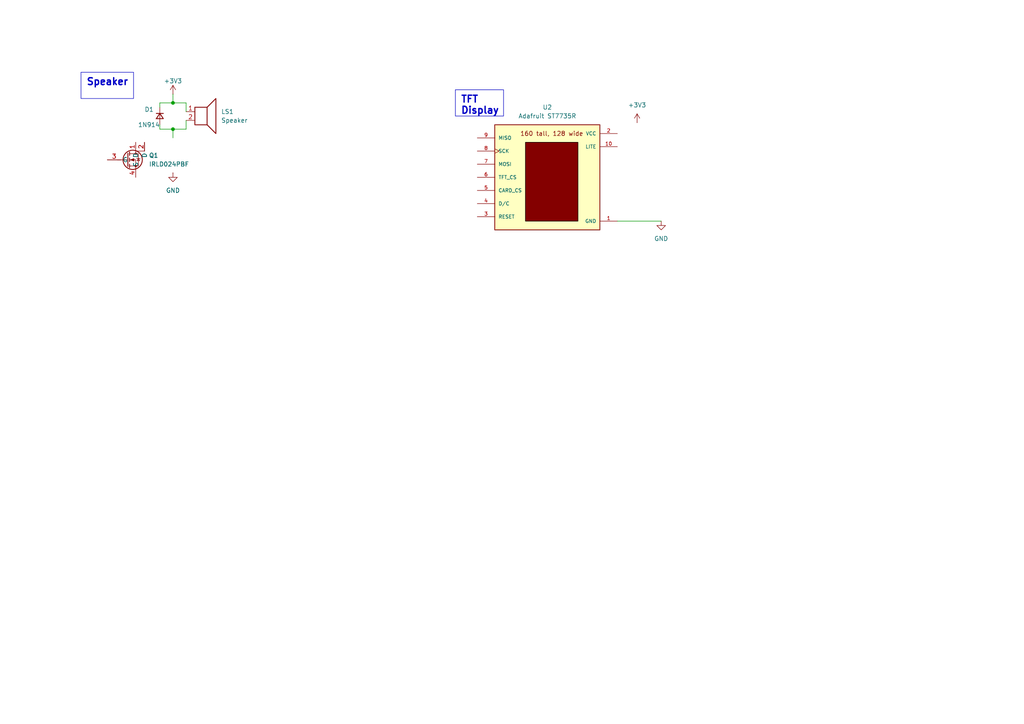
<source format=kicad_sch>
(kicad_sch (version 20231120) (generator "eeschema") (generator_version "8.0")
  (paper "A4")
  (lib_symbols
    (symbol "ECE445L:Adafruit_ST7735R" (pin_names (offset 1.016))
      (property "Reference" "U?" (at -15.24 16.002 0))
      (property "Value" "Adafruit ST7735R" (at -15.24 -17.78 0))
      (symbol "Adafruit_ST7735R_0_0"
        (rectangle (start -15.24 15.24) (end 15.24 -15.24) (stroke (width 0.254)) (fill (type background)))
      )
      (symbol "Adafruit_ST7735R_1_0"
        (pin power_in line (at 20.32 -12.7 180) (length 5.08) (name "GND") (number "1"))
        (pin power_in line (at 20.32 8.89 180) (length 5.08) (name "LITE") (number "10"))
        (pin power_in line (at 20.32 12.7 180) (length 5.08) (name "VCC") (number "2"))
        (pin input line (at -20.32 -11.43 0) (length 5.08) (name "RESET") (number "3"))
        (pin input line (at -20.32 -7.62 0) (length 5.08) (name "D/C") (number "4"))
        (pin input line (at -20.32 -3.81 0) (length 5.08) (name "CARD_CS") (number "5"))
        (pin input line (at -20.32 0 0) (length 5.08) (name "TFT_CS") (number "6"))
        (pin input line (at -20.32 3.81 0) (length 5.08) (name "MOSI") (number "7"))
        (pin input clock (at -20.32 7.62 0) (length 5.08) (name "SCK") (number "8"))
        (pin output line (at -20.32 11.43 0) (length 5.08) (name "MISO") (number "9"))
      )
      (symbol "Adafruit_ST7735R_1_1"
        (rectangle (start -6.35 10.16) (end 8.89 -12.7) (stroke (width 0) (color 0 0 0 1)) (fill (type color) (color 132 0 0 1)))
        (text "160 tall, 128 wide" (at 1.27 12.7 0) (effects (font (size 1.27 1.27))))
      )
    )
    (symbol "ECE445L:D_Small" (pin_numbers hide) (pin_names (offset 0.254) hide)
      (property "Reference" "D" (at -1.27 2.032 0))
      (property "Value" "D_Small" (at -3.81 -2.032 0))
      (symbol "D_Small_0_1"
        (polyline (pts (xy -0.762 -1.016) (xy -0.762 1.016)) (stroke (width 0.254)))
        (polyline (pts (xy -0.762 0) (xy 0.762 0)))
        (polyline (pts (xy 0.762 -1.016) (xy -0.762 0) (xy 0.762 1.016) (xy 0.762 -1.016)) (stroke (width 0.254)))
      )
      (symbol "D_Small_1_1"
        (pin passive line (at -2.54 0 0) (length 1.778) (name "K") (number "1"))
        (pin passive line (at 2.54 0 180) (length 1.778) (name "A") (number "2"))
      )
    )
    (symbol "ECE445L:IRLD024PBF"
      (property "Reference" "Q" (at 6.35 5.715 0))
      (property "Value" "IRLD024PBF" (at 16.51 -1.905 0))
      (symbol "IRLD024PBF_0_1"
        (polyline (pts (xy 11.43 0.635) (xy 8.636 0.635)))
        (polyline (pts (xy 11.684 2.54) (xy 11.684 -1.27)) (stroke (width 0.254)))
        (polyline (pts (xy 12.192 -0.635) (xy 12.192 -1.651)) (stroke (width 0.254)))
        (polyline (pts (xy 12.192 1.143) (xy 12.192 0.127)) (stroke (width 0.254)))
        (polyline (pts (xy 12.192 2.921) (xy 12.192 1.905)) (stroke (width 0.254)))
        (polyline (pts (xy 13.97 3.175) (xy 13.97 2.413)))
        (polyline (pts (xy 16.51 3.175) (xy 13.97 3.175)))
        (polyline (pts (xy 13.97 -1.905) (xy 13.97 0.635) (xy 12.192 0.635)))
        (polyline (pts (xy 12.192 -1.143) (xy 14.732 -1.143) (xy 14.732 2.413) (xy 12.192 2.413)))
        (polyline (pts (xy 12.446 0.635) (xy 13.462 1.016) (xy 13.462 0.254) (xy 12.446 0.635)) (fill (type outline)))
        (polyline (pts (xy 14.224 1.143) (xy 14.351 1.016) (xy 15.113 1.016) (xy 15.24 0.889)))
        (polyline (pts (xy 14.732 1.016) (xy 14.351 0.381) (xy 15.113 0.381) (xy 14.732 1.016)))
        (circle (center 13.081 0.635) (radius 2.794) (stroke (width 0.254)))
        (circle (center 13.97 -1.143) (radius 0.254) (fill (type outline)))
        (circle (center 13.97 2.413) (radius 0.254) (fill (type outline)))
      )
      (symbol "IRLD024PBF_1_1"
        (pin passive line (at 13.97 5.715 270) (length 2.54) (name "D") (number "1"))
        (pin passive line (at 16.51 5.715 270) (length 2.54) (name "D") (number "2"))
        (pin input line (at 5.715 0.635 0) (length 4) (name "G") (number "3"))
        (pin passive line (at 13.97 -4.445 90) (length 2.54) (name "S") (number "4"))
      )
    )
    (symbol "ECE445L:Speaker" (pin_names (offset 0) hide)
      (property "Reference" "J" (at 1.27 5.715 0))
      (property "Value" "Speaker" (at 1.27 3.81 0))
      (symbol "Speaker_0_0"
        (rectangle (start -2.54 1.27) (end 1.016 -3.81) (stroke (width 0.254)))
        (polyline (pts (xy 1.016 1.27) (xy 3.556 3.81) (xy 3.556 -6.35) (xy 1.016 -3.81)) (stroke (width 0.254)))
      )
      (symbol "Speaker_1_1"
        (pin input line (at -5.08 0 0) (length 2.54) (name "1") (number "1"))
        (pin input line (at -5.08 -2.54 0) (length 2.54) (name "2") (number "2"))
      )
    )
    (symbol "power:+3V3" (power) (pin_numbers hide) (pin_names (offset 0) hide)
      (property "Value" "+3V3" (at 0 3.556 0))
      (symbol "+3V3_0_1"
        (polyline (pts (xy -0.762 1.27) (xy 0 2.54)))
        (polyline (pts (xy 0 0) (xy 0 2.54)))
        (polyline (pts (xy 0 2.54) (xy 0.762 1.27)))
      )
      (symbol "+3V3_1_1"
        (pin power_in line (at 0 0 90) (length 0) (name "~") (number "1"))
      )
    )
    (symbol "power:GND" (power) (pin_numbers hide) (pin_names (offset 0) hide)
      (property "Value" "GND" (at 0 -3.81 0))
      (symbol "GND_0_1"
        (polyline (pts (xy 0 0) (xy 0 -1.27) (xy 1.27 -1.27) (xy 0 -2.54) (xy -1.27 -1.27) (xy 0 -1.27)))
      )
      (symbol "GND_1_1"
        (pin power_in line (at 0 0 270) (length 0) (name "~") (number "1"))
      )
    )
  )
  (junction (at 50.165 29.845))
  (junction (at 50.165 37.465))
  (wire (pts (xy 53.975 29.845) (xy 53.975 32.385)))
  (wire (pts (xy 50.165 29.845) (xy 53.975 29.845)))
  (wire (pts (xy 53.975 34.925) (xy 53.975 37.465)))
  (wire (pts (xy 46.355 29.845) (xy 46.355 31.115)))
  (wire (pts (xy 46.355 37.465) (xy 46.355 36.195)))
  (wire (pts (xy 191.77 64.135) (xy 179.07 64.135)))
  (wire (pts (xy 50.165 40.005) (xy 50.165 37.465)))
  (wire (pts (xy 46.355 29.845) (xy 50.165 29.845)))
  (wire (pts (xy 50.165 37.465) (xy 53.975 37.465)))
  (wire (pts (xy 46.355 37.465) (xy 50.165 37.465)))
  (wire (pts (xy 50.165 27.305) (xy 50.165 29.845)))
  (text_box "TFT Display" (at 132.08 26.035 0) (size 13.97 7.62) (effects (font (size 2 2) (thickness 0.4) (bold yes)) (justify left top)))
  (text_box "Speaker" (at 23.495 20.955 0) (size 15.24 7.62) (effects (font (size 2 2) (thickness 0.4) (bold yes)) (justify left top)))
  (symbol (lib_id "ECE445L:D_Small") (at 46.355 33.655 270) (unit 1)
    (property "Reference" "D1" (at 41.91 31.75 90) (effects (justify left)))
    (property "Value" "1N914" (at 40.005 36.195 90) (effects (justify left)))
    (property "Footprint" "ECE445L:D_P6.35mm_Horizontal" (effects (hide yes)))
    (property "Description" "Diode, small symbol" (effects (hide yes)))
    (property "Cost" "0.10 " (effects (hide yes)))
    (property "Distributor" "Mouser" (effects (hide yes)))
    (property "Manufacturer" "onsemi" (effects (hide yes)))
    (property "P/N" "1N914 " (effects (hide yes)))
    (property "Sim.Device" "D" (effects (hide yes)))
    (property "Sim.Pins" "1=K 2=A" (effects (hide yes)))
  )
  (symbol (lib_id "power:+3V3") (at 50.165 27.305 0) (unit 1)
    (property "Reference" "#PWR01" (effects (hide yes)))
    (property "Value" "+3V3" (at 50.165 23.495 0))
    (property "Description" "Power symbol creates a global label with name \"+3V3\"" (effects (hide yes)))
  )
  (symbol (lib_id "ECE445L:Speaker") (at 59.055 32.385 0) (unit 1)
    (property "Reference" "LS1" (at 64.135 32.3849 0) (effects (justify left)))
    (property "Value" "Speaker" (at 64.135 34.9249 0) (effects (justify left)))
    (property "Footprint" "ECE445L:PinHeader_1x02_P2.54mm_Vertical" (effects (hide yes)))
    (property "Description" "Speaker" (effects (hide yes)))
  )
  (symbol (lib_id "power:+3V3") (at 184.785 35.56 0) (unit 1)
    (property "Reference" "#PWR07" (effects (hide yes)))
    (property "Value" "+3V3" (at 184.785 30.48 0))
    (property "Description" "Power symbol creates a global label with name \"+3V3\"" (effects (hide yes)))
  )
  (symbol (lib_id "ECE445L:IRLD024PBF") (at 25.4 46.99 0) (unit 1)
    (property "Reference" "Q1" (at 43.18 45.0849 0) (effects (justify left)))
    (property "Value" "IRLD024PBF" (at 43.18 47.6249 0) (effects (justify left)))
    (property "Footprint" "ECE445L:DIP920W60P254L490H457Q4N" (effects (hide yes)))
    (property "Datasheet" "http://www.vishay.com/docs/91308/sihld24.pdf" (effects (hide yes)))
    (property "Description" "Vishay IRLD024PBF N-channel MOSFET Transistor, 2.5 A, 60 V, 4-Pin HVMDIP" (effects (hide yes)))
    (property "Cost" "1.67" (effects (hide yes)))
    (property "Distributor" "Mouser" (effects (hide yes)))
    (property "Manufacturer" "Vishay" (effects (hide yes)))
    (property "P/N" "IRLD024PBF" (effects (hide yes)))
    (property "Height" "4.57" (effects (hide yes)))
    (property "Mouser Part Number" "844-IRLD024PBF" (effects (hide yes)))
    (property "Mouser Price/Stock" "https://www.mouser.co.uk/ProductDetail/Vishay-Siliconix/IRLD024PBF?qs=cvaI6ThkwxvrmVanJu5OcQ%3D%3D" (effects (hide yes)))
    (property "Manufacturer_Name" "Vishay" (effects (hide yes)))
    (property "Manufacturer_Part_Number" "IRLD024PBF" (effects (hide yes)))
  )
  (symbol (lib_id "power:GND") (at 50.165 50.165 0) (unit 1)
    (property "Reference" "#PWR02" (effects (hide yes)))
    (property "Value" "GND" (at 50.165 55.245 0))
    (property "Description" "Power symbol creates a global label with name \"GND\" , ground" (effects (hide yes)))
  )
  (symbol (lib_id "power:GND") (at 191.77 64.135 0) (unit 1)
    (property "Reference" "#PWR08" (effects (hide yes)))
    (property "Value" "GND" (at 191.77 69.215 0))
    (property "Description" "Power symbol creates a global label with name \"GND\" , ground" (effects (hide yes)))
  )
  (symbol (lib_id "ECE445L:Adafruit_ST7735R") (at 158.75 51.435 0) (unit 1)
    (property "Reference" "U2" (at 158.75 31.115 0))
    (property "Value" "Adafruit ST7735R" (at 158.75 33.655 0))
    (property "Footprint" "ECE445L:adafruit_st7735r2" (effects (hide yes)))
    (property "Datasheet" "https://www.mouser.com/datasheet/2/737/ST7735R_V0_2-2489618.pdf" (effects (hide yes)))
    (property "Distributor" "Mouser" (effects (hide yes)))
    (property "Manufacturer" "Adafruit" (effects (hide yes)))
    (property "P/N" "358" (effects (hide yes)))
    (property "Cost" "19.95" (effects (hide yes)))
  )
)
</source>
